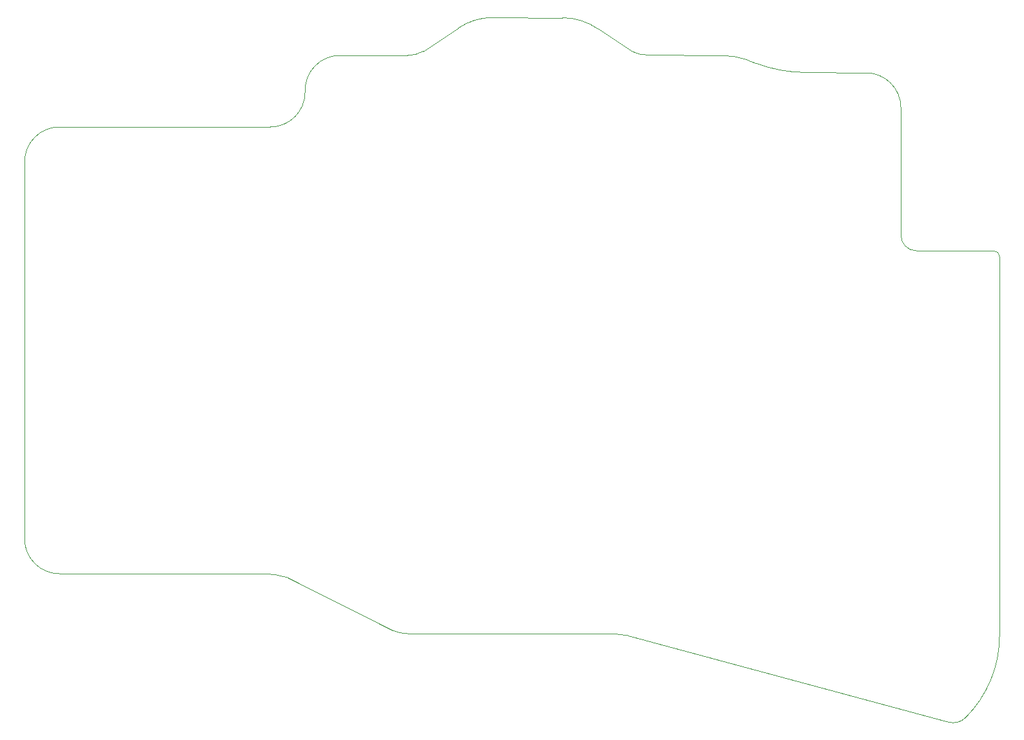
<source format=gbr>
%TF.GenerationSoftware,KiCad,Pcbnew,(5.1.10-1-10_14)*%
%TF.CreationDate,2022-01-29T17:31:24-08:00*%
%TF.ProjectId,phase,70686173-652e-46b6-9963-61645f706362,v1.0.1*%
%TF.SameCoordinates,Original*%
%TF.FileFunction,Profile,NP*%
%FSLAX46Y46*%
G04 Gerber Fmt 4.6, Leading zero omitted, Abs format (unit mm)*
G04 Created by KiCad (PCBNEW (5.1.10-1-10_14)) date 2022-01-29 17:31:24*
%MOMM*%
%LPD*%
G01*
G04 APERTURE LIST*
%TA.AperFunction,Profile*%
%ADD10C,0.050000*%
%TD*%
G04 APERTURE END LIST*
D10*
X122935999Y-49731558D02*
X132588000Y-49784000D01*
X111760000Y-44831000D02*
X102658736Y-44799930D01*
X122935999Y-49731558D02*
G75*
G02*
X120942524Y-49268163I0J4519557D01*
G01*
X156210000Y-56642000D02*
X156210000Y-73406000D01*
X143764001Y-52019477D02*
X151638000Y-52070000D01*
X143764001Y-52019477D02*
G75*
G02*
X137160002Y-50799998I-1J18491477D01*
G01*
X136061161Y-50365208D02*
X137160001Y-50799999D01*
X136061161Y-50365208D02*
G75*
G03*
X132588000Y-49784000I-3473161J-10086792D01*
G01*
X120942524Y-49268163D02*
X116374735Y-46259071D01*
X111760000Y-44831000D02*
G75*
G02*
X116374735Y-46259071I42736J-8032070D01*
G01*
X82550000Y-49784000D02*
X83312000Y-49784000D01*
X73406000Y-59182000D02*
X45720000Y-59182000D01*
X168402000Y-75438000D02*
X158242000Y-75438000D01*
X169164000Y-77724000D02*
X169164000Y-76200000D01*
X168402000Y-75438000D02*
G75*
G02*
X169164000Y-76200000I0J-762000D01*
G01*
X158242000Y-75438000D02*
G75*
G02*
X156210000Y-73406000I0J2032000D01*
G01*
X156210000Y-56642000D02*
G75*
G03*
X151638000Y-52070000I-4572000J0D01*
G01*
X83312000Y-49784000D02*
X91440000Y-49784000D01*
X102658736Y-44799930D02*
G75*
G03*
X98044001Y-46228001I-42736J-8032070D01*
G01*
X93476211Y-49237092D02*
X98044000Y-46228000D01*
X93476211Y-49237092D02*
G75*
G02*
X91440000Y-49784000I-2036211J3517092D01*
G01*
X77978000Y-54610000D02*
X77978000Y-54356000D01*
X82550000Y-49784000D02*
G75*
G03*
X77978000Y-54356000I0J-4572000D01*
G01*
X73406000Y-59182000D02*
G75*
G03*
X77978000Y-54610000I0J4572000D01*
G01*
X41148000Y-113284000D02*
X41148000Y-63754000D01*
X72137405Y-117882701D02*
X45720000Y-117856000D01*
X45720000Y-59182000D02*
G75*
G03*
X41148000Y-63754000I0J-4572000D01*
G01*
X41148000Y-113284000D02*
G75*
G03*
X45720000Y-117856000I4572000J0D01*
G01*
X89507789Y-125301639D02*
X75691999Y-118364001D01*
X89507789Y-125301639D02*
G75*
G03*
X91440000Y-125730000I1932211J4143639D01*
G01*
X118363999Y-125733851D02*
X91440000Y-125730000D01*
X118363999Y-125733851D02*
G75*
G02*
X120395999Y-125984001I1J-8378149D01*
G01*
X162470535Y-137357771D02*
X120396000Y-125984000D01*
X72137405Y-117882701D02*
G75*
G02*
X75691999Y-118364001I506595J-9625299D01*
G01*
X162470535Y-137357771D02*
G75*
G03*
X164700306Y-136760306I597465J2229771D01*
G01*
X164700307Y-136760307D02*
G75*
G03*
X169164000Y-125984000I-10776307J10776307D01*
G01*
X169164000Y-77724000D02*
X169164000Y-125984000D01*
M02*

</source>
